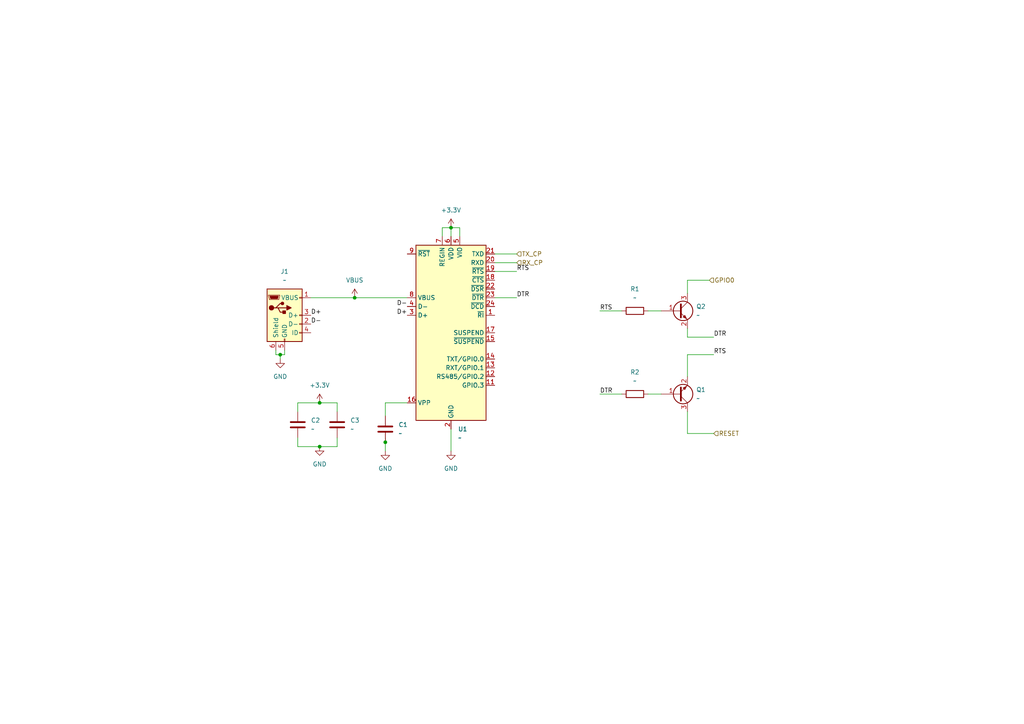
<source format=kicad_sch>
(kicad_sch (version 20211123) (generator eeschema)
  (paper "A4")
  (lib_symbols
    (symbol "Connector:USB_B_Micro" (pin_names (offset 1.016))
      (property "Reference" "J" (at -5.08 11.43 0))
      (property "Value" "USB_B_Micro" (at -5.08 8.89 0))
      (symbol "USB_B_Micro_0_1"
        (rectangle (start -5.08 -7.62) (end 5.08 7.62) (stroke (width 0.254)) (fill (type background)))
        (circle (center -3.81 2.159) (radius 0.635) (stroke (width 0.254)) (fill (type outline)))
        (circle (center -0.635 3.429) (radius 0.381) (stroke (width 0.254)) (fill (type outline)))
        (rectangle (start -0.127 -7.62) (end 0.127 -6.858))
        (polyline (pts (xy -1.905 2.159) (xy 0.635 2.159)) (stroke (width 0.254)))
        (polyline (pts (xy -3.175 2.159) (xy -2.54 2.159) (xy -1.27 3.429) (xy -0.635 3.429)) (stroke (width 0.254)))
        (polyline (pts (xy -2.54 2.159) (xy -1.905 2.159) (xy -1.27 0.889) (xy 0 0.889)) (stroke (width 0.254)))
        (polyline (pts (xy 0.635 2.794) (xy 0.635 1.524) (xy 1.905 2.159) (xy 0.635 2.794)) (stroke (width 0.254)) (fill (type outline)))
        (polyline (pts (xy -4.318 5.588) (xy -1.778 5.588) (xy -2.032 4.826) (xy -4.064 4.826) (xy -4.318 5.588)) (fill (type outline)))
        (polyline (pts (xy -4.699 5.842) (xy -4.699 5.588) (xy -4.445 4.826) (xy -4.445 4.572) (xy -1.651 4.572) (xy -1.651 4.826) (xy -1.397 5.588) (xy -1.397 5.842) (xy -4.699 5.842)))
        (rectangle (start 0.254 1.27) (end -0.508 0.508) (stroke (width 0.254)) (fill (type outline)))
        (rectangle (start 5.08 -5.207) (end 4.318 -4.953))
        (rectangle (start 5.08 -2.667) (end 4.318 -2.413))
        (rectangle (start 5.08 -0.127) (end 4.318 0.127))
        (rectangle (start 5.08 4.953) (end 4.318 5.207))
      )
      (symbol "USB_B_Micro_1_1"
        (pin power_out line (at 7.62 5.08 180) (length 2.54) (name "VBUS") (number "1"))
        (pin bidirectional line (at 7.62 -2.54 180) (length 2.54) (name "D-") (number "2"))
        (pin bidirectional line (at 7.62 0 180) (length 2.54) (name "D+") (number "3"))
        (pin passive line (at 7.62 -5.08 180) (length 2.54) (name "ID") (number "4"))
        (pin power_out line (at 0 -10.16 90) (length 2.54) (name "GND") (number "5"))
        (pin passive line (at -2.54 -10.16 90) (length 2.54) (name "Shield") (number "6"))
      )
    )
    (symbol "Device:C" (pin_numbers hide) (pin_names (offset 0.254))
      (property "Reference" "C" (at 0.635 2.54 0))
      (property "Value" "C" (at 0.635 -2.54 0))
      (symbol "C_0_1"
        (polyline (pts (xy -2.032 -0.762) (xy 2.032 -0.762)) (stroke (width 0.508)))
        (polyline (pts (xy -2.032 0.762) (xy 2.032 0.762)) (stroke (width 0.508)))
      )
      (symbol "C_1_1"
        (pin passive line (at 0 3.81 270) (length 2.794) (name "~") (number "1"))
        (pin passive line (at 0 -3.81 90) (length 2.794) (name "~") (number "2"))
      )
    )
    (symbol "Device:R" (pin_numbers hide) (pin_names (offset 0))
      (property "Reference" "R" (at 2.032 0 90))
      (property "Value" "R" (at 0 0 90))
      (symbol "R_0_1"
        (rectangle (start -1.016 -2.54) (end 1.016 2.54) (stroke (width 0.254)))
      )
      (symbol "R_1_1"
        (pin passive line (at 0 3.81 270) (length 1.27) (name "~") (number "1"))
        (pin passive line (at 0 -3.81 90) (length 1.27) (name "~") (number "2"))
      )
    )
    (symbol "Interface_USB:CP2104"
      (property "Reference" "U" (at -5.08 28.575 0))
      (property "Value" "CP2104" (at -5.08 26.67 0))
      (symbol "CP2104_1_1"
        (rectangle (start -10.16 25.4) (end 10.16 -25.4) (stroke (width 0.254)) (fill (type background)))
        (pin input line (at 12.7 5.08 180) (length 2.54) (name "~{RI}") (number "1"))
        (pin no_connect line (at 10.16 -20.32 180) (length 2.54) hide (name "NC") (number "10"))
        (pin bidirectional line (at 12.7 -15.24 180) (length 2.54) (name "GPIO.3") (number "11"))
        (pin bidirectional line (at 12.7 -12.7 180) (length 2.54) (name "RS485/GPIO.2") (number "12"))
        (pin bidirectional line (at 12.7 -10.16 180) (length 2.54) (name "RXT/GPIO.1") (number "13"))
        (pin bidirectional line (at 12.7 -7.62 180) (length 2.54) (name "TXT/GPIO.0") (number "14"))
        (pin output line (at 12.7 -2.54 180) (length 2.54) (name "~{SUSPEND}") (number "15"))
        (pin passive line (at -12.7 -20.32 0) (length 2.54) (name "VPP") (number "16"))
        (pin output line (at 12.7 0 180) (length 2.54) (name "SUSPEND") (number "17"))
        (pin input line (at 12.7 15.24 180) (length 2.54) (name "~{CTS}") (number "18"))
        (pin output line (at 12.7 17.78 180) (length 2.54) (name "~{RTS}") (number "19"))
        (pin power_in line (at 0 -27.94 90) (length 2.54) (name "GND") (number "2"))
        (pin input line (at 12.7 20.32 180) (length 2.54) (name "RXD") (number "20"))
        (pin output line (at 12.7 22.86 180) (length 2.54) (name "TXD") (number "21"))
        (pin input line (at 12.7 12.7 180) (length 2.54) (name "~{DSR}") (number "22"))
        (pin output line (at 12.7 10.16 180) (length 2.54) (name "~{DTR}") (number "23"))
        (pin input line (at 12.7 7.62 180) (length 2.54) (name "~{DCD}") (number "24"))
        (pin passive line (at 0 -27.94 90) (length 2.54) hide (name "GND") (number "25"))
        (pin bidirectional line (at -12.7 5.08 0) (length 2.54) (name "D+") (number "3"))
        (pin bidirectional line (at -12.7 7.62 0) (length 2.54) (name "D-") (number "4"))
        (pin power_in line (at 2.54 27.94 270) (length 2.54) (name "VIO") (number "5"))
        (pin power_in line (at 0 27.94 270) (length 2.54) (name "VDD") (number "6"))
        (pin power_in line (at -2.54 27.94 270) (length 2.54) (name "REGIN") (number "7"))
        (pin input line (at -12.7 10.16 0) (length 2.54) (name "VBUS") (number "8"))
        (pin bidirectional line (at -12.7 22.86 0) (length 2.54) (name "~{RST}") (number "9"))
      )
    )
    (symbol "Transistor_BJT:BC847" (pin_names (offset 0) hide)
      (property "Reference" "Q" (at 5.08 1.905 0))
      (property "Value" "BC847" (at 5.08 0 0))
      (symbol "BC847_0_1"
        (polyline (pts (xy 0.635 0.635) (xy 2.54 2.54)))
        (polyline (pts (xy 0.635 -0.635) (xy 2.54 -2.54) (xy 2.54 -2.54)))
        (polyline (pts (xy 0.635 1.905) (xy 0.635 -1.905) (xy 0.635 -1.905)) (stroke (width 0.508)))
        (polyline (pts (xy 1.27 -1.778) (xy 1.778 -1.27) (xy 2.286 -2.286) (xy 1.27 -1.778) (xy 1.27 -1.778)) (fill (type outline)))
        (circle (center 1.27 0) (radius 2.8194) (stroke (width 0.254)))
      )
      (symbol "BC847_1_1"
        (pin input line (at -5.08 0 0) (length 5.715) (name "B") (number "1"))
        (pin passive line (at 2.54 -5.08 90) (length 2.54) (name "E") (number "2"))
        (pin passive line (at 2.54 5.08 270) (length 2.54) (name "C") (number "3"))
      )
    )
    (symbol "power:+3.3V" (power) (pin_names (offset 0))
      (property "Value" "+3.3V" (at 0 3.556 0))
      (symbol "+3.3V_0_1"
        (polyline (pts (xy -0.762 1.27) (xy 0 2.54)))
        (polyline (pts (xy 0 0) (xy 0 2.54)))
        (polyline (pts (xy 0 2.54) (xy 0.762 1.27)))
      )
      (symbol "+3.3V_1_1"
        (pin power_in line (at 0 0 90) (length 0) hide (name "+3.3V") (number "1"))
      )
    )
    (symbol "power:GND" (power) (pin_names (offset 0))
      (property "Value" "GND" (at 0 -3.81 0))
      (symbol "GND_0_1"
        (polyline (pts (xy 0 0) (xy 0 -1.27) (xy 1.27 -1.27) (xy 0 -2.54) (xy -1.27 -1.27) (xy 0 -1.27)))
      )
      (symbol "GND_1_1"
        (pin power_in line (at 0 0 270) (length 0) hide (name "GND") (number "1"))
      )
    )
    (symbol "power:VBUS" (power) (pin_names (offset 0))
      (property "Value" "VBUS" (at 0 3.81 0))
      (symbol "VBUS_0_1"
        (polyline (pts (xy -0.762 1.27) (xy 0 2.54)))
        (polyline (pts (xy 0 0) (xy 0 2.54)))
        (polyline (pts (xy 0 2.54) (xy 0.762 1.27)))
      )
      (symbol "VBUS_1_1"
        (pin power_in line (at 0 0 90) (length 0) hide (name "VBUS") (number "1"))
      )
    )
  )
  (junction (at 92.71 116.84))
  (junction (at 102.87 86.36))
  (junction (at 130.81 66.04))
  (junction (at 92.71 129.54))
  (junction (at 111.76 128.27))
  (junction (at 81.28 102.87))
  (wire (pts (xy 102.87 86.36) (xy 118.11 86.36)))
  (wire (pts (xy 207.01 97.79) (xy 199.39 97.79)))
  (wire (pts (xy 199.39 119.38) (xy 199.39 125.73)))
  (wire (pts (xy 130.81 66.04) (xy 133.35 66.04)))
  (wire (pts (xy 130.81 66.04) (xy 130.81 68.58)))
  (wire (pts (xy 111.76 128.27) (xy 111.76 130.81)))
  (wire (pts (xy 143.51 73.66) (xy 149.86 73.66)))
  (wire (pts (xy 199.39 102.87) (xy 199.39 109.22)))
  (wire (pts (xy 97.79 127) (xy 97.79 129.54)))
  (wire (pts (xy 92.71 116.84) (xy 97.79 116.84)))
  (wire (pts (xy 143.51 86.36) (xy 149.86 86.36)))
  (wire (pts (xy 118.11 116.84) (xy 111.76 116.84)))
  (wire (pts (xy 86.36 116.84) (xy 92.71 116.84)))
  (wire (pts (xy 90.17 86.36) (xy 102.87 86.36)))
  (wire (pts (xy 97.79 119.38) (xy 97.79 116.84)))
  (wire (pts (xy 128.27 66.04) (xy 130.81 66.04)))
  (wire (pts (xy 86.36 116.84) (xy 86.36 119.38)))
  (wire (pts (xy 173.99 114.3) (xy 180.34 114.3)))
  (wire (pts (xy 92.71 129.54) (xy 97.79 129.54)))
  (wire (pts (xy 187.96 114.3) (xy 191.77 114.3)))
  (wire (pts (xy 82.55 101.6) (xy 82.55 102.87)))
  (wire (pts (xy 128.27 68.58) (xy 128.27 66.04)))
  (wire (pts (xy 199.39 81.28) (xy 205.74 81.28)))
  (wire (pts (xy 86.36 129.54) (xy 92.71 129.54)))
  (wire (pts (xy 199.39 125.73) (xy 207.01 125.73)))
  (wire (pts (xy 111.76 127) (xy 111.76 128.27)))
  (wire (pts (xy 111.76 116.84) (xy 111.76 120.65)))
  (wire (pts (xy 130.81 124.46) (xy 130.81 130.81)))
  (wire (pts (xy 80.01 102.87) (xy 81.28 102.87)))
  (wire (pts (xy 143.51 78.74) (xy 149.86 78.74)))
  (wire (pts (xy 173.99 90.17) (xy 180.34 90.17)))
  (wire (pts (xy 86.36 127) (xy 86.36 129.54)))
  (wire (pts (xy 81.28 102.87) (xy 82.55 102.87)))
  (wire (pts (xy 81.28 102.87) (xy 81.28 104.14)))
  (wire (pts (xy 199.39 95.25) (xy 199.39 97.79)))
  (wire (pts (xy 80.01 101.6) (xy 80.01 102.87)))
  (wire (pts (xy 207.01 102.87) (xy 199.39 102.87)))
  (wire (pts (xy 187.96 90.17) (xy 191.77 90.17)))
  (wire (pts (xy 133.35 66.04) (xy 133.35 68.58)))
  (wire (pts (xy 199.39 85.09) (xy 199.39 81.28)))
  (wire (pts (xy 143.51 76.2) (xy 149.86 76.2)))
  (label "DTR" (at 149.86 86.36 0))
  (label "D+" (at 90.17 91.44 0))
  (label "DTR" (at 207.01 97.79 0))
  (label "D-" (at 90.17 93.98 0))
  (label "RTS" (at 149.86 78.74 0))
  (label "D-" (at 118.11 88.9 180))
  (label "D+" (at 118.11 91.44 180))
  (label "DTR" (at 173.99 114.3 0))
  (label "RTS" (at 173.99 90.17 0))
  (label "RTS" (at 207.01 102.87 0))
  (hierarchical_label "GPIO0" (shape input) (at 205.74 81.28 0))
  (hierarchical_label "RESET" (shape input) (at 207.01 125.73 0))
  (hierarchical_label "TX_CP" (shape input) (at 149.86 73.66 0))
  (hierarchical_label "RX_CP" (shape input) (at 149.86 76.2 0))
  (symbol (lib_id "Connector:USB_B_Micro") (at 82.55 91.44 0) (unit 1)
    (property "Reference" "J1" (at 82.55 78.74 0))
    (property "Value" "~" (at 82.55 81.28 0))
  )
  (symbol (lib_id "power:VBUS") (at 102.87 86.36 0) (unit 1)
    (property "Reference" "#PWR?" (effects hide))
    (property "Value" "~" (at 102.87 81.28 0))
  )
  (symbol (lib_id "power:GND") (at 130.81 130.81 0) (unit 1)
    (property "Reference" "#PWR?" (effects hide))
    (property "Value" "~" (at 130.81 135.89 0))
  )
  (symbol (lib_id "Device:R") (at 184.15 90.17 90) (unit 1)
    (property "Reference" "R1" (at 184.15 83.82 90))
    (property "Value" "~" (at 184.15 86.36 90))
  )
  (symbol (lib_id "power:GND") (at 111.76 130.81 0) (unit 1)
    (property "Reference" "#PWR?" (effects hide))
    (property "Value" "~" (at 111.76 135.89 0))
  )
  (symbol (lib_id "power:GND") (at 92.71 129.54 0) (unit 1)
    (property "Reference" "#PWR?" (effects hide))
    (property "Value" "~" (at 92.71 134.62 0))
  )
  (symbol (lib_id "power:+3.3V") (at 92.71 116.84 0) (unit 1)
    (property "Reference" "#PWR?" (effects hide))
    (property "Value" "~" (at 92.71 111.76 0))
  )
  (symbol (lib_id "Device:C") (at 97.79 123.19 0) (unit 1)
    (property "Reference" "C3" (at 101.6 121.9199 0) (effects (justify left)))
    (property "Value" "~" (at 101.6 124.4599 0) (effects (justify left)))
  )
  (symbol (lib_id "Interface_USB:CP2104") (at 130.81 96.52 0) (unit 1)
    (property "Reference" "U1" (at 132.8294 124.46 0) (effects (justify left)))
    (property "Value" "~" (at 132.8294 127 0) (effects (justify left)))
    (property "Datasheet" "https://www.silabs.com/documents/public/data-sheets/cp2104.pdf" (effects hide))
  )
  (symbol (lib_id "Transistor_BJT:BC847") (at 196.85 114.3 0) (mirror x) (unit 1)
    (property "Reference" "Q1" (at 201.93 113.0299 0) (effects (justify left)))
    (property "Value" "~" (at 201.93 115.5699 0) (effects (justify left)))
    (property "Datasheet" "http://www.infineon.com/dgdl/Infineon-BC847SERIES_BC848SERIES_BC849SERIES_BC850SERIES-DS-v01_01-en.pdf?fileId=db3a304314dca389011541d4630a1657" (effects hide))
  )
  (symbol (lib_id "power:GND") (at 81.28 104.14 0) (unit 1)
    (property "Reference" "#PWR?" (effects hide))
    (property "Value" "~" (at 81.28 109.22 0))
  )
  (symbol (lib_id "power:+3.3V") (at 130.81 66.04 0) (unit 1)
    (property "Reference" "#PWR?" (effects hide))
    (property "Value" "~" (at 130.81 60.96 0))
  )
  (symbol (lib_id "Device:C") (at 86.36 123.19 0) (unit 1)
    (property "Reference" "C2" (at 90.17 121.9199 0) (effects (justify left)))
    (property "Value" "~" (at 90.17 124.4599 0) (effects (justify left)))
  )
  (symbol (lib_id "Device:R") (at 184.15 114.3 90) (unit 1)
    (property "Reference" "R2" (at 184.15 107.95 90))
    (property "Value" "~" (at 184.15 110.49 90))
  )
  (symbol (lib_id "Device:C") (at 111.76 124.46 0) (unit 1)
    (property "Reference" "C1" (at 115.57 123.1899 0) (effects (justify left)))
    (property "Value" "~" (at 115.57 125.7299 0) (effects (justify left)))
  )
  (symbol (lib_id "Transistor_BJT:BC847") (at 196.85 90.17 0) (unit 1)
    (property "Reference" "Q2" (at 201.93 88.8999 0) (effects (justify left)))
    (property "Value" "~" (at 201.93 91.4399 0) (effects (justify left)))
    (property "Datasheet" "http://www.infineon.com/dgdl/Infineon-BC847SERIES_BC848SERIES_BC849SERIES_BC850SERIES-DS-v01_01-en.pdf?fileId=db3a304314dca389011541d4630a1657" (effects hide))
  )
)
</source>
